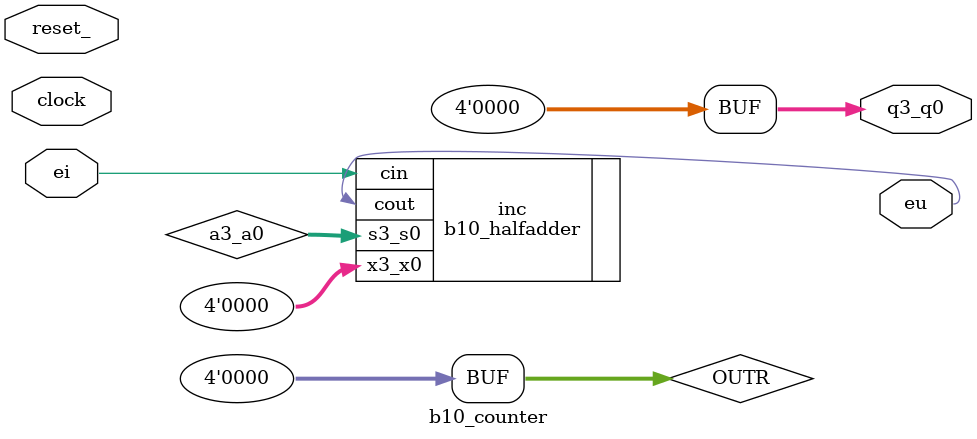
<source format=v>
module b10_counter(eu, q3_q0, ei, clock, reset_);
  input clock, reset_;
  input ei;
  output eu;
	output[3:0] q3_q0;
  
	reg[3:0] OUTR;
  assign q3_q0 = OUTR;	
  
	wire[3:0] a3_a0; // l'uscita dell'incrementatore
	b10_halfadder inc (
		.x3_x0(q3_q0), .cin(ei),
		.s3_s0(a3_a0), .cout(eu)
	);

  always @(reset_ == 0) #1 OUTR <= 0;
  always @(posedge clock) if (reset_==1) #2 OUTR <= a3_a0;
endmodule

</source>
